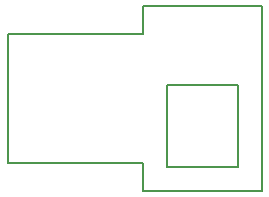
<source format=gbr>
%TF.GenerationSoftware,KiCad,Pcbnew,8.0.0*%
%TF.CreationDate,2024-04-26T15:12:56-04:00*%
%TF.ProjectId,Receiver,52656365-6976-4657-922e-6b696361645f,rev?*%
%TF.SameCoordinates,Original*%
%TF.FileFunction,Profile,NP*%
%FSLAX46Y46*%
G04 Gerber Fmt 4.6, Leading zero omitted, Abs format (unit mm)*
G04 Created by KiCad (PCBNEW 8.0.0) date 2024-04-26 15:12:56*
%MOMM*%
%LPD*%
G01*
G04 APERTURE LIST*
%TA.AperFunction,Profile*%
%ADD10C,0.200000*%
%TD*%
G04 APERTURE END LIST*
D10*
X208271978Y-85750000D02*
X208271978Y-92700000D01*
X210271978Y-79000000D02*
X200271978Y-79000000D01*
X200271978Y-94700000D02*
X210271978Y-94700000D01*
X200271978Y-81400000D02*
X188771978Y-81400000D01*
X202271978Y-85750000D02*
X202271978Y-92700000D01*
X188771978Y-81400000D02*
X188771978Y-92300000D01*
X202271978Y-92700000D02*
X208271978Y-92700000D01*
X200271978Y-92300000D02*
X200271978Y-94700000D01*
X210271978Y-94700000D02*
X210271978Y-79000000D01*
X202271978Y-85750000D02*
X208271978Y-85750000D01*
X188771978Y-92300000D02*
X200271978Y-92300000D01*
X200271978Y-79000000D02*
X200271978Y-81400000D01*
M02*

</source>
